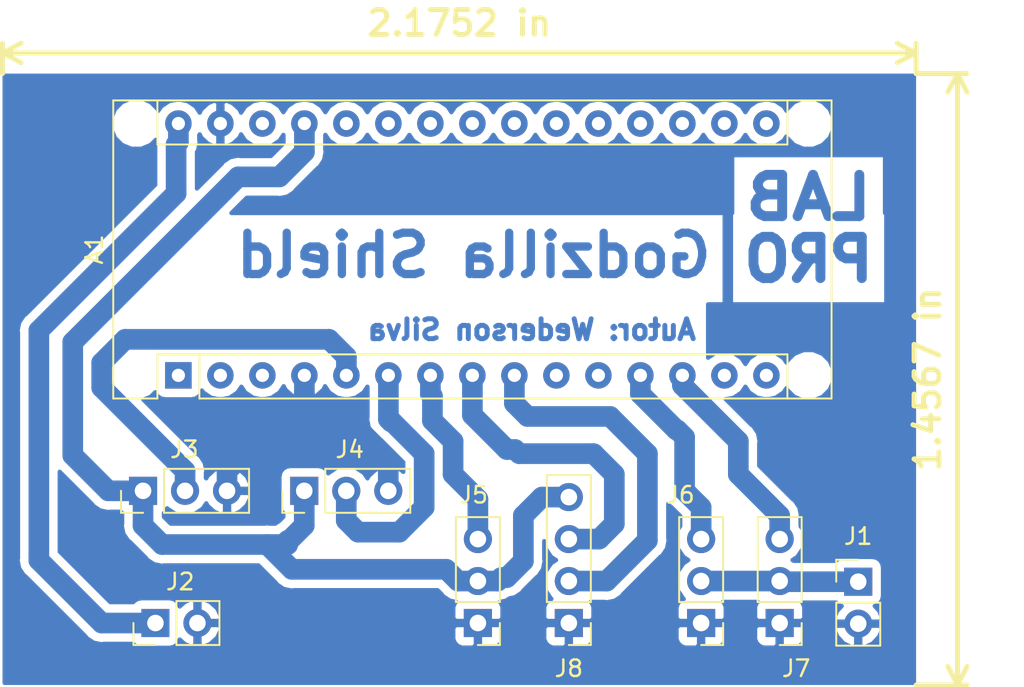
<source format=kicad_pcb>
(kicad_pcb (version 20171130) (host pcbnew 5.0.0)

  (general
    (thickness 1.6)
    (drawings 6)
    (tracks 99)
    (zones 0)
    (modules 9)
    (nets 31)
  )

  (page A4)
  (title_block
    (title "Godzilla Shield")
    (date 2018-11-15)
    (rev 1.0)
    (company "Laboratory of Prototyping, Robotics and Optimization")
    (comment 1 "Author: Wederson Silva")
  )

  (layers
    (0 F.Cu signal)
    (31 B.Cu signal)
    (32 B.Adhes user)
    (33 F.Adhes user)
    (34 B.Paste user)
    (35 F.Paste user)
    (36 B.SilkS user)
    (37 F.SilkS user)
    (38 B.Mask user)
    (39 F.Mask user)
    (40 Dwgs.User user)
    (41 Cmts.User user)
    (42 Eco1.User user)
    (43 Eco2.User user)
    (44 Edge.Cuts user)
    (45 Margin user)
    (46 B.CrtYd user)
    (47 F.CrtYd user)
    (48 B.Fab user)
    (49 F.Fab user)
  )

  (setup
    (last_trace_width 1.25)
    (trace_clearance 0.3)
    (zone_clearance 0.508)
    (zone_45_only no)
    (trace_min 0.2)
    (segment_width 0.2)
    (edge_width 0.15)
    (via_size 0.8)
    (via_drill 0.4)
    (via_min_size 0.4)
    (via_min_drill 0.3)
    (uvia_size 0.3)
    (uvia_drill 0.1)
    (uvias_allowed no)
    (uvia_min_size 0.2)
    (uvia_min_drill 0.1)
    (pcb_text_width 0.3)
    (pcb_text_size 1.5 1.5)
    (mod_edge_width 0.15)
    (mod_text_size 1 1)
    (mod_text_width 0.15)
    (pad_size 1.524 1.524)
    (pad_drill 0.762)
    (pad_to_mask_clearance 0.2)
    (aux_axis_origin 0 0)
    (visible_elements FFFFFF7F)
    (pcbplotparams
      (layerselection 0x010fc_ffffffff)
      (usegerberextensions false)
      (usegerberattributes false)
      (usegerberadvancedattributes false)
      (creategerberjobfile false)
      (excludeedgelayer true)
      (linewidth 0.100000)
      (plotframeref false)
      (viasonmask false)
      (mode 1)
      (useauxorigin false)
      (hpglpennumber 1)
      (hpglpenspeed 20)
      (hpglpendiameter 15.000000)
      (psnegative false)
      (psa4output false)
      (plotreference true)
      (plotvalue true)
      (plotinvisibletext false)
      (padsonsilk false)
      (subtractmaskfromsilk false)
      (outputformat 1)
      (mirror false)
      (drillshape 1)
      (scaleselection 1)
      (outputdirectory ""))
  )

  (net 0 "")
  (net 1 "Net-(A1-Pad16)")
  (net 2 /TRIG)
  (net 3 "Net-(A1-Pad30)")
  (net 4 /ECHO)
  (net 5 /GND)
  (net 6 "Net-(A1-Pad13)")
  (net 7 "Net-(A1-Pad28)")
  (net 8 "Net-(A1-Pad12)")
  (net 9 /5V)
  (net 10 "Net-(A1-Pad11)")
  (net 11 "Net-(A1-Pad26)")
  (net 12 "Net-(A1-Pad10)")
  (net 13 "Net-(A1-Pad25)")
  (net 14 "Net-(A1-Pad24)")
  (net 15 "Net-(A1-Pad23)")
  (net 16 "Net-(A1-Pad7)")
  (net 17 "Net-(A1-Pad22)")
  (net 18 "Net-(A1-Pad6)")
  (net 19 "Net-(A1-Pad21)")
  (net 20 "Net-(A1-Pad5)")
  (net 21 "Net-(A1-Pad20)")
  (net 22 "Net-(A1-Pad19)")
  (net 23 "Net-(A1-Pad3)")
  (net 24 "Net-(A1-Pad18)")
  (net 25 "Net-(A1-Pad2)")
  (net 26 "Net-(A1-Pad17)")
  (net 27 "Net-(A1-Pad1)")
  (net 28 /6V)
  (net 29 "Net-(A1-Pad15)")
  (net 30 "Net-(A1-Pad14)")

  (net_class Default "This is the default net class."
    (clearance 0.3)
    (trace_width 1.25)
    (via_dia 0.8)
    (via_drill 0.4)
    (uvia_dia 0.3)
    (uvia_drill 0.1)
    (add_net /5V)
    (add_net /6V)
    (add_net /ECHO)
    (add_net /GND)
    (add_net /TRIG)
    (add_net "Net-(A1-Pad1)")
    (add_net "Net-(A1-Pad10)")
    (add_net "Net-(A1-Pad11)")
    (add_net "Net-(A1-Pad12)")
    (add_net "Net-(A1-Pad13)")
    (add_net "Net-(A1-Pad14)")
    (add_net "Net-(A1-Pad15)")
    (add_net "Net-(A1-Pad16)")
    (add_net "Net-(A1-Pad17)")
    (add_net "Net-(A1-Pad18)")
    (add_net "Net-(A1-Pad19)")
    (add_net "Net-(A1-Pad2)")
    (add_net "Net-(A1-Pad20)")
    (add_net "Net-(A1-Pad21)")
    (add_net "Net-(A1-Pad22)")
    (add_net "Net-(A1-Pad23)")
    (add_net "Net-(A1-Pad24)")
    (add_net "Net-(A1-Pad25)")
    (add_net "Net-(A1-Pad26)")
    (add_net "Net-(A1-Pad28)")
    (add_net "Net-(A1-Pad3)")
    (add_net "Net-(A1-Pad30)")
    (add_net "Net-(A1-Pad5)")
    (add_net "Net-(A1-Pad6)")
    (add_net "Net-(A1-Pad7)")
  )

  (module Modules:Arduino_Nano_WithMountingHoles (layer F.Cu) (tedit 58ACAF99) (tstamp 5BEDBF91)
    (at 187.637576 145.261651 90)
    (descr "Arduino Nano, http://www.mouser.com/pdfdocs/Gravitech_Arduino_Nano3_0.pdf")
    (tags "Arduino Nano")
    (path /5BED64A5)
    (fp_text reference A1 (at 7.62 -5.08 90) (layer F.SilkS)
      (effects (font (size 1 1) (thickness 0.15)))
    )
    (fp_text value Arduino_Nano_v3.x (at 12.761651 20.112424 180) (layer F.Fab)
      (effects (font (size 1 1) (thickness 0.15)))
    )
    (fp_line (start 16.75 42.16) (end -1.53 42.16) (layer F.CrtYd) (width 0.05))
    (fp_line (start 16.75 42.16) (end 16.75 -4.06) (layer F.CrtYd) (width 0.05))
    (fp_line (start -1.53 -4.06) (end -1.53 42.16) (layer F.CrtYd) (width 0.05))
    (fp_line (start -1.53 -4.06) (end 16.75 -4.06) (layer F.CrtYd) (width 0.05))
    (fp_line (start 16.51 -3.81) (end 16.51 39.37) (layer F.Fab) (width 0.1))
    (fp_line (start 0 -3.81) (end 16.51 -3.81) (layer F.Fab) (width 0.1))
    (fp_line (start -1.27 -2.54) (end 0 -3.81) (layer F.Fab) (width 0.1))
    (fp_line (start -1.27 39.37) (end -1.27 -2.54) (layer F.Fab) (width 0.1))
    (fp_line (start 16.51 39.37) (end -1.27 39.37) (layer F.Fab) (width 0.1))
    (fp_line (start 16.64 -3.94) (end -1.4 -3.94) (layer F.SilkS) (width 0.12))
    (fp_line (start 16.64 39.5) (end 16.64 -3.94) (layer F.SilkS) (width 0.12))
    (fp_line (start -1.4 39.5) (end 16.64 39.5) (layer F.SilkS) (width 0.12))
    (fp_line (start 3.81 41.91) (end 3.81 31.75) (layer F.Fab) (width 0.1))
    (fp_line (start 11.43 41.91) (end 3.81 41.91) (layer F.Fab) (width 0.1))
    (fp_line (start 11.43 31.75) (end 11.43 41.91) (layer F.Fab) (width 0.1))
    (fp_line (start 3.81 31.75) (end 11.43 31.75) (layer F.Fab) (width 0.1))
    (fp_line (start 1.27 36.83) (end -1.4 36.83) (layer F.SilkS) (width 0.12))
    (fp_line (start 1.27 1.27) (end 1.27 36.83) (layer F.SilkS) (width 0.12))
    (fp_line (start 1.27 1.27) (end -1.4 1.27) (layer F.SilkS) (width 0.12))
    (fp_line (start 13.97 36.83) (end 16.64 36.83) (layer F.SilkS) (width 0.12))
    (fp_line (start 13.97 -1.27) (end 13.97 36.83) (layer F.SilkS) (width 0.12))
    (fp_line (start 13.97 -1.27) (end 16.64 -1.27) (layer F.SilkS) (width 0.12))
    (fp_line (start -1.4 -3.94) (end -1.4 -1.27) (layer F.SilkS) (width 0.12))
    (fp_line (start -1.4 1.27) (end -1.4 39.5) (layer F.SilkS) (width 0.12))
    (fp_line (start 1.27 -1.27) (end -1.4 -1.27) (layer F.SilkS) (width 0.12))
    (fp_line (start 1.27 1.27) (end 1.27 -1.27) (layer F.SilkS) (width 0.12))
    (fp_text user %R (at 10.761651 19.862424 180) (layer F.Fab)
      (effects (font (size 1 1) (thickness 0.15)))
    )
    (pad "" np_thru_hole circle (at 0 38.1 90) (size 1.78 1.78) (drill 1.78) (layers *.Cu *.Mask))
    (pad "" np_thru_hole circle (at 15.24 38.1 90) (size 1.78 1.78) (drill 1.78) (layers *.Cu *.Mask))
    (pad "" np_thru_hole circle (at 15.24 -2.54 90) (size 1.78 1.78) (drill 1.78) (layers *.Cu *.Mask))
    (pad "" np_thru_hole circle (at 0 -2.54 90) (size 1.78 1.78) (drill 1.78) (layers *.Cu *.Mask))
    (pad 16 thru_hole oval (at 15.24 35.56 90) (size 1.6 1.6) (drill 0.8) (layers *.Cu *.Mask)
      (net 1 "Net-(A1-Pad16)"))
    (pad 15 thru_hole oval (at 0 35.56 90) (size 1.6 1.6) (drill 0.8) (layers *.Cu *.Mask)
      (net 29 "Net-(A1-Pad15)"))
    (pad 30 thru_hole oval (at 15.24 0 90) (size 1.6 1.6) (drill 0.8) (layers *.Cu *.Mask)
      (net 3 "Net-(A1-Pad30)"))
    (pad 14 thru_hole oval (at 0 33.02 90) (size 1.6 1.6) (drill 0.8) (layers *.Cu *.Mask)
      (net 30 "Net-(A1-Pad14)"))
    (pad 29 thru_hole oval (at 15.24 2.54 90) (size 1.6 1.6) (drill 0.8) (layers *.Cu *.Mask)
      (net 5 /GND))
    (pad 13 thru_hole oval (at 0 30.48 90) (size 1.6 1.6) (drill 0.8) (layers *.Cu *.Mask)
      (net 6 "Net-(A1-Pad13)"))
    (pad 28 thru_hole oval (at 15.24 5.08 90) (size 1.6 1.6) (drill 0.8) (layers *.Cu *.Mask)
      (net 7 "Net-(A1-Pad28)"))
    (pad 12 thru_hole oval (at 0 27.94 90) (size 1.6 1.6) (drill 0.8) (layers *.Cu *.Mask)
      (net 8 "Net-(A1-Pad12)"))
    (pad 27 thru_hole oval (at 15.24 7.62 90) (size 1.6 1.6) (drill 0.8) (layers *.Cu *.Mask)
      (net 9 /5V))
    (pad 11 thru_hole oval (at 0 25.4 90) (size 1.6 1.6) (drill 0.8) (layers *.Cu *.Mask)
      (net 10 "Net-(A1-Pad11)"))
    (pad 26 thru_hole oval (at 15.24 10.16 90) (size 1.6 1.6) (drill 0.8) (layers *.Cu *.Mask)
      (net 11 "Net-(A1-Pad26)"))
    (pad 10 thru_hole oval (at 0 22.86 90) (size 1.6 1.6) (drill 0.8) (layers *.Cu *.Mask)
      (net 12 "Net-(A1-Pad10)"))
    (pad 25 thru_hole oval (at 15.24 12.7 90) (size 1.6 1.6) (drill 0.8) (layers *.Cu *.Mask)
      (net 13 "Net-(A1-Pad25)"))
    (pad 9 thru_hole oval (at 0 20.32 90) (size 1.6 1.6) (drill 0.8) (layers *.Cu *.Mask)
      (net 4 /ECHO))
    (pad 24 thru_hole oval (at 15.24 15.24 90) (size 1.6 1.6) (drill 0.8) (layers *.Cu *.Mask)
      (net 14 "Net-(A1-Pad24)"))
    (pad 8 thru_hole oval (at 0 17.78 90) (size 1.6 1.6) (drill 0.8) (layers *.Cu *.Mask)
      (net 2 /TRIG))
    (pad 23 thru_hole oval (at 15.24 17.78 90) (size 1.6 1.6) (drill 0.8) (layers *.Cu *.Mask)
      (net 15 "Net-(A1-Pad23)"))
    (pad 7 thru_hole oval (at 0 15.24 90) (size 1.6 1.6) (drill 0.8) (layers *.Cu *.Mask)
      (net 16 "Net-(A1-Pad7)"))
    (pad 22 thru_hole oval (at 15.24 20.32 90) (size 1.6 1.6) (drill 0.8) (layers *.Cu *.Mask)
      (net 17 "Net-(A1-Pad22)"))
    (pad 6 thru_hole oval (at 0 12.7 90) (size 1.6 1.6) (drill 0.8) (layers *.Cu *.Mask)
      (net 18 "Net-(A1-Pad6)"))
    (pad 21 thru_hole oval (at 15.24 22.86 90) (size 1.6 1.6) (drill 0.8) (layers *.Cu *.Mask)
      (net 19 "Net-(A1-Pad21)"))
    (pad 5 thru_hole oval (at 0 10.16 90) (size 1.6 1.6) (drill 0.8) (layers *.Cu *.Mask)
      (net 20 "Net-(A1-Pad5)"))
    (pad 20 thru_hole oval (at 15.24 25.4 90) (size 1.6 1.6) (drill 0.8) (layers *.Cu *.Mask)
      (net 21 "Net-(A1-Pad20)"))
    (pad 4 thru_hole oval (at 0 7.62 90) (size 1.6 1.6) (drill 0.8) (layers *.Cu *.Mask)
      (net 5 /GND))
    (pad 19 thru_hole oval (at 15.24 27.94 90) (size 1.6 1.6) (drill 0.8) (layers *.Cu *.Mask)
      (net 22 "Net-(A1-Pad19)"))
    (pad 3 thru_hole oval (at 0 5.08 90) (size 1.6 1.6) (drill 0.8) (layers *.Cu *.Mask)
      (net 23 "Net-(A1-Pad3)"))
    (pad 18 thru_hole oval (at 15.24 30.48 90) (size 1.6 1.6) (drill 0.8) (layers *.Cu *.Mask)
      (net 24 "Net-(A1-Pad18)"))
    (pad 2 thru_hole oval (at 0 2.54 90) (size 1.6 1.6) (drill 0.8) (layers *.Cu *.Mask)
      (net 25 "Net-(A1-Pad2)"))
    (pad 17 thru_hole oval (at 15.24 33.02 90) (size 1.6 1.6) (drill 0.8) (layers *.Cu *.Mask)
      (net 26 "Net-(A1-Pad17)"))
    (pad 1 thru_hole rect (at 0 0 90) (size 1.6 1.6) (drill 0.8) (layers *.Cu *.Mask)
      (net 27 "Net-(A1-Pad1)"))
  )

  (module Pin_Headers:Pin_Header_Straight_1x02_Pitch2.54mm (layer F.Cu) (tedit 59650532) (tstamp 5BEDC026)
    (at 228.75 157.75)
    (descr "Through hole straight pin header, 1x02, 2.54mm pitch, single row")
    (tags "Through hole pin header THT 1x02 2.54mm single row")
    (path /5BED733A)
    (fp_text reference J1 (at 0 -2.75) (layer F.SilkS)
      (effects (font (size 1 1) (thickness 0.15)))
    )
    (fp_text value 6V (at 0 5.25) (layer F.Fab)
      (effects (font (size 1 1) (thickness 0.15)))
    )
    (fp_line (start -0.635 -1.27) (end 1.27 -1.27) (layer F.Fab) (width 0.1))
    (fp_line (start 1.27 -1.27) (end 1.27 3.81) (layer F.Fab) (width 0.1))
    (fp_line (start 1.27 3.81) (end -1.27 3.81) (layer F.Fab) (width 0.1))
    (fp_line (start -1.27 3.81) (end -1.27 -0.635) (layer F.Fab) (width 0.1))
    (fp_line (start -1.27 -0.635) (end -0.635 -1.27) (layer F.Fab) (width 0.1))
    (fp_line (start -1.33 3.87) (end 1.33 3.87) (layer F.SilkS) (width 0.12))
    (fp_line (start -1.33 1.27) (end -1.33 3.87) (layer F.SilkS) (width 0.12))
    (fp_line (start 1.33 1.27) (end 1.33 3.87) (layer F.SilkS) (width 0.12))
    (fp_line (start -1.33 1.27) (end 1.33 1.27) (layer F.SilkS) (width 0.12))
    (fp_line (start -1.33 0) (end -1.33 -1.33) (layer F.SilkS) (width 0.12))
    (fp_line (start -1.33 -1.33) (end 0 -1.33) (layer F.SilkS) (width 0.12))
    (fp_line (start -1.8 -1.8) (end -1.8 4.35) (layer F.CrtYd) (width 0.05))
    (fp_line (start -1.8 4.35) (end 1.8 4.35) (layer F.CrtYd) (width 0.05))
    (fp_line (start 1.8 4.35) (end 1.8 -1.8) (layer F.CrtYd) (width 0.05))
    (fp_line (start 1.8 -1.8) (end -1.8 -1.8) (layer F.CrtYd) (width 0.05))
    (fp_text user %R (at 0 1.27 90) (layer F.Fab)
      (effects (font (size 1 1) (thickness 0.15)))
    )
    (pad 1 thru_hole rect (at 0 0) (size 1.7 1.7) (drill 1) (layers *.Cu *.Mask)
      (net 28 /6V))
    (pad 2 thru_hole oval (at 0 2.54) (size 1.7 1.7) (drill 1) (layers *.Cu *.Mask)
      (net 5 /GND))
    (model ${KISYS3DMOD}/Pin_Headers.3dshapes/Pin_Header_Straight_1x02_Pitch2.54mm.wrl
      (at (xyz 0 0 0))
      (scale (xyz 1 1 1))
      (rotate (xyz 0 0 0))
    )
  )

  (module Pin_Headers:Pin_Header_Straight_1x02_Pitch2.54mm (layer F.Cu) (tedit 59650532) (tstamp 5BEDC071)
    (at 186.25 160.25 90)
    (descr "Through hole straight pin header, 1x02, 2.54mm pitch, single row")
    (tags "Through hole pin header THT 1x02 2.54mm single row")
    (path /5BED71B3)
    (fp_text reference J2 (at 2.5 1.5 180) (layer F.SilkS)
      (effects (font (size 1 1) (thickness 0.15)))
    )
    (fp_text value 12V (at -2.75 1.25 180) (layer F.Fab)
      (effects (font (size 1 1) (thickness 0.15)))
    )
    (fp_text user %R (at 0 1.27) (layer F.Fab)
      (effects (font (size 1 1) (thickness 0.15)))
    )
    (fp_line (start 1.8 -1.8) (end -1.8 -1.8) (layer F.CrtYd) (width 0.05))
    (fp_line (start 1.8 4.35) (end 1.8 -1.8) (layer F.CrtYd) (width 0.05))
    (fp_line (start -1.8 4.35) (end 1.8 4.35) (layer F.CrtYd) (width 0.05))
    (fp_line (start -1.8 -1.8) (end -1.8 4.35) (layer F.CrtYd) (width 0.05))
    (fp_line (start -1.33 -1.33) (end 0 -1.33) (layer F.SilkS) (width 0.12))
    (fp_line (start -1.33 0) (end -1.33 -1.33) (layer F.SilkS) (width 0.12))
    (fp_line (start -1.33 1.27) (end 1.33 1.27) (layer F.SilkS) (width 0.12))
    (fp_line (start 1.33 1.27) (end 1.33 3.87) (layer F.SilkS) (width 0.12))
    (fp_line (start -1.33 1.27) (end -1.33 3.87) (layer F.SilkS) (width 0.12))
    (fp_line (start -1.33 3.87) (end 1.33 3.87) (layer F.SilkS) (width 0.12))
    (fp_line (start -1.27 -0.635) (end -0.635 -1.27) (layer F.Fab) (width 0.1))
    (fp_line (start -1.27 3.81) (end -1.27 -0.635) (layer F.Fab) (width 0.1))
    (fp_line (start 1.27 3.81) (end -1.27 3.81) (layer F.Fab) (width 0.1))
    (fp_line (start 1.27 -1.27) (end 1.27 3.81) (layer F.Fab) (width 0.1))
    (fp_line (start -0.635 -1.27) (end 1.27 -1.27) (layer F.Fab) (width 0.1))
    (pad 2 thru_hole oval (at 0 2.54 90) (size 1.7 1.7) (drill 1) (layers *.Cu *.Mask)
      (net 5 /GND))
    (pad 1 thru_hole rect (at 0 0 90) (size 1.7 1.7) (drill 1) (layers *.Cu *.Mask)
      (net 3 "Net-(A1-Pad30)"))
    (model ${KISYS3DMOD}/Pin_Headers.3dshapes/Pin_Header_Straight_1x02_Pitch2.54mm.wrl
      (at (xyz 0 0 0))
      (scale (xyz 1 1 1))
      (rotate (xyz 0 0 0))
    )
  )

  (module Pin_Headers:Pin_Header_Straight_1x03_Pitch2.54mm (layer F.Cu) (tedit 59650532) (tstamp 5BEDC0C0)
    (at 185.5 152.25 90)
    (descr "Through hole straight pin header, 1x03, 2.54mm pitch, single row")
    (tags "Through hole pin header THT 1x03 2.54mm single row")
    (path /5BED6F2D)
    (fp_text reference J3 (at 2.5 2.5 180) (layer F.SilkS)
      (effects (font (size 1 1) (thickness 0.15)))
    )
    (fp_text value Linha_Esq (at -2.75 2.75 180) (layer F.Fab)
      (effects (font (size 1 1) (thickness 0.15)))
    )
    (fp_text user %R (at 0 2.54 180) (layer F.Fab)
      (effects (font (size 1 1) (thickness 0.15)))
    )
    (fp_line (start 1.8 -1.8) (end -1.8 -1.8) (layer F.CrtYd) (width 0.05))
    (fp_line (start 1.8 6.85) (end 1.8 -1.8) (layer F.CrtYd) (width 0.05))
    (fp_line (start -1.8 6.85) (end 1.8 6.85) (layer F.CrtYd) (width 0.05))
    (fp_line (start -1.8 -1.8) (end -1.8 6.85) (layer F.CrtYd) (width 0.05))
    (fp_line (start -1.33 -1.33) (end 0 -1.33) (layer F.SilkS) (width 0.12))
    (fp_line (start -1.33 0) (end -1.33 -1.33) (layer F.SilkS) (width 0.12))
    (fp_line (start -1.33 1.27) (end 1.33 1.27) (layer F.SilkS) (width 0.12))
    (fp_line (start 1.33 1.27) (end 1.33 6.41) (layer F.SilkS) (width 0.12))
    (fp_line (start -1.33 1.27) (end -1.33 6.41) (layer F.SilkS) (width 0.12))
    (fp_line (start -1.33 6.41) (end 1.33 6.41) (layer F.SilkS) (width 0.12))
    (fp_line (start -1.27 -0.635) (end -0.635 -1.27) (layer F.Fab) (width 0.1))
    (fp_line (start -1.27 6.35) (end -1.27 -0.635) (layer F.Fab) (width 0.1))
    (fp_line (start 1.27 6.35) (end -1.27 6.35) (layer F.Fab) (width 0.1))
    (fp_line (start 1.27 -1.27) (end 1.27 6.35) (layer F.Fab) (width 0.1))
    (fp_line (start -0.635 -1.27) (end 1.27 -1.27) (layer F.Fab) (width 0.1))
    (pad 3 thru_hole oval (at 0 5.08 90) (size 1.7 1.7) (drill 1) (layers *.Cu *.Mask)
      (net 5 /GND))
    (pad 2 thru_hole oval (at 0 2.54 90) (size 1.7 1.7) (drill 1) (layers *.Cu *.Mask)
      (net 20 "Net-(A1-Pad5)"))
    (pad 1 thru_hole rect (at 0 0 90) (size 1.7 1.7) (drill 1) (layers *.Cu *.Mask)
      (net 9 /5V))
    (model ${KISYS3DMOD}/Pin_Headers.3dshapes/Pin_Header_Straight_1x03_Pitch2.54mm.wrl
      (at (xyz 0 0 0))
      (scale (xyz 1 1 1))
      (rotate (xyz 0 0 0))
    )
  )

  (module Pin_Headers:Pin_Header_Straight_1x03_Pitch2.54mm (layer F.Cu) (tedit 59650532) (tstamp 5BEDC102)
    (at 195.25 152.25 90)
    (descr "Through hole straight pin header, 1x03, 2.54mm pitch, single row")
    (tags "Through hole pin header THT 1x03 2.54mm single row")
    (path /5BED6F03)
    (fp_text reference J4 (at 2.5 2.75 180) (layer F.SilkS)
      (effects (font (size 1 1) (thickness 0.15)))
    )
    (fp_text value Linha_Dir (at -2.75 2.75 180) (layer F.Fab)
      (effects (font (size 1 1) (thickness 0.15)))
    )
    (fp_line (start -0.635 -1.27) (end 1.27 -1.27) (layer F.Fab) (width 0.1))
    (fp_line (start 1.27 -1.27) (end 1.27 6.35) (layer F.Fab) (width 0.1))
    (fp_line (start 1.27 6.35) (end -1.27 6.35) (layer F.Fab) (width 0.1))
    (fp_line (start -1.27 6.35) (end -1.27 -0.635) (layer F.Fab) (width 0.1))
    (fp_line (start -1.27 -0.635) (end -0.635 -1.27) (layer F.Fab) (width 0.1))
    (fp_line (start -1.33 6.41) (end 1.33 6.41) (layer F.SilkS) (width 0.12))
    (fp_line (start -1.33 1.27) (end -1.33 6.41) (layer F.SilkS) (width 0.12))
    (fp_line (start 1.33 1.27) (end 1.33 6.41) (layer F.SilkS) (width 0.12))
    (fp_line (start -1.33 1.27) (end 1.33 1.27) (layer F.SilkS) (width 0.12))
    (fp_line (start -1.33 0) (end -1.33 -1.33) (layer F.SilkS) (width 0.12))
    (fp_line (start -1.33 -1.33) (end 0 -1.33) (layer F.SilkS) (width 0.12))
    (fp_line (start -1.8 -1.8) (end -1.8 6.85) (layer F.CrtYd) (width 0.05))
    (fp_line (start -1.8 6.85) (end 1.8 6.85) (layer F.CrtYd) (width 0.05))
    (fp_line (start 1.8 6.85) (end 1.8 -1.8) (layer F.CrtYd) (width 0.05))
    (fp_line (start 1.8 -1.8) (end -1.8 -1.8) (layer F.CrtYd) (width 0.05))
    (fp_text user %R (at 0 2.54 180) (layer F.Fab)
      (effects (font (size 1 1) (thickness 0.15)))
    )
    (pad 1 thru_hole rect (at 0 0 90) (size 1.7 1.7) (drill 1) (layers *.Cu *.Mask)
      (net 9 /5V))
    (pad 2 thru_hole oval (at 0 2.54 90) (size 1.7 1.7) (drill 1) (layers *.Cu *.Mask)
      (net 18 "Net-(A1-Pad6)"))
    (pad 3 thru_hole oval (at 0 5.08 90) (size 1.7 1.7) (drill 1) (layers *.Cu *.Mask)
      (net 5 /GND))
    (model ${KISYS3DMOD}/Pin_Headers.3dshapes/Pin_Header_Straight_1x03_Pitch2.54mm.wrl
      (at (xyz 0 0 0))
      (scale (xyz 1 1 1))
      (rotate (xyz 0 0 0))
    )
  )

  (module Pin_Headers:Pin_Header_Straight_1x03_Pitch2.54mm (layer F.Cu) (tedit 59650532) (tstamp 5BEDBED7)
    (at 205.75 160.25 180)
    (descr "Through hole straight pin header, 1x03, 2.54mm pitch, single row")
    (tags "Through hole pin header THT 1x03 2.54mm single row")
    (path /5BED6EDD)
    (fp_text reference J5 (at 0.25 7.75 180) (layer F.SilkS)
      (effects (font (size 1 1) (thickness 0.15)))
    )
    (fp_text value Obstaculo (at 0.25 -2.75 180) (layer F.Fab)
      (effects (font (size 1 1) (thickness 0.15)))
    )
    (fp_text user %R (at 0 2.54 270) (layer F.Fab)
      (effects (font (size 1 1) (thickness 0.15)))
    )
    (fp_line (start 1.8 -1.8) (end -1.8 -1.8) (layer F.CrtYd) (width 0.05))
    (fp_line (start 1.8 6.85) (end 1.8 -1.8) (layer F.CrtYd) (width 0.05))
    (fp_line (start -1.8 6.85) (end 1.8 6.85) (layer F.CrtYd) (width 0.05))
    (fp_line (start -1.8 -1.8) (end -1.8 6.85) (layer F.CrtYd) (width 0.05))
    (fp_line (start -1.33 -1.33) (end 0 -1.33) (layer F.SilkS) (width 0.12))
    (fp_line (start -1.33 0) (end -1.33 -1.33) (layer F.SilkS) (width 0.12))
    (fp_line (start -1.33 1.27) (end 1.33 1.27) (layer F.SilkS) (width 0.12))
    (fp_line (start 1.33 1.27) (end 1.33 6.41) (layer F.SilkS) (width 0.12))
    (fp_line (start -1.33 1.27) (end -1.33 6.41) (layer F.SilkS) (width 0.12))
    (fp_line (start -1.33 6.41) (end 1.33 6.41) (layer F.SilkS) (width 0.12))
    (fp_line (start -1.27 -0.635) (end -0.635 -1.27) (layer F.Fab) (width 0.1))
    (fp_line (start -1.27 6.35) (end -1.27 -0.635) (layer F.Fab) (width 0.1))
    (fp_line (start 1.27 6.35) (end -1.27 6.35) (layer F.Fab) (width 0.1))
    (fp_line (start 1.27 -1.27) (end 1.27 6.35) (layer F.Fab) (width 0.1))
    (fp_line (start -0.635 -1.27) (end 1.27 -1.27) (layer F.Fab) (width 0.1))
    (pad 3 thru_hole oval (at 0 5.08 180) (size 1.7 1.7) (drill 1) (layers *.Cu *.Mask)
      (net 16 "Net-(A1-Pad7)"))
    (pad 2 thru_hole oval (at 0 2.54 180) (size 1.7 1.7) (drill 1) (layers *.Cu *.Mask)
      (net 9 /5V))
    (pad 1 thru_hole rect (at 0 0 180) (size 1.7 1.7) (drill 1) (layers *.Cu *.Mask)
      (net 5 /GND))
    (model ${KISYS3DMOD}/Pin_Headers.3dshapes/Pin_Header_Straight_1x03_Pitch2.54mm.wrl
      (at (xyz 0 0 0))
      (scale (xyz 1 1 1))
      (rotate (xyz 0 0 0))
    )
  )

  (module Pin_Headers:Pin_Header_Straight_1x03_Pitch2.54mm (layer F.Cu) (tedit 59650532) (tstamp 5BEDC15C)
    (at 219.25 160.25 180)
    (descr "Through hole straight pin header, 1x03, 2.54mm pitch, single row")
    (tags "Through hole pin header THT 1x03 2.54mm single row")
    (path /5BED6EAF)
    (fp_text reference J6 (at 1.25 7.75 180) (layer F.SilkS)
      (effects (font (size 1 1) (thickness 0.15)))
    )
    (fp_text value Motor_Esq (at 0 -2.75 180) (layer F.Fab)
      (effects (font (size 1 1) (thickness 0.15)))
    )
    (fp_line (start -0.635 -1.27) (end 1.27 -1.27) (layer F.Fab) (width 0.1))
    (fp_line (start 1.27 -1.27) (end 1.27 6.35) (layer F.Fab) (width 0.1))
    (fp_line (start 1.27 6.35) (end -1.27 6.35) (layer F.Fab) (width 0.1))
    (fp_line (start -1.27 6.35) (end -1.27 -0.635) (layer F.Fab) (width 0.1))
    (fp_line (start -1.27 -0.635) (end -0.635 -1.27) (layer F.Fab) (width 0.1))
    (fp_line (start -1.33 6.41) (end 1.33 6.41) (layer F.SilkS) (width 0.12))
    (fp_line (start -1.33 1.27) (end -1.33 6.41) (layer F.SilkS) (width 0.12))
    (fp_line (start 1.33 1.27) (end 1.33 6.41) (layer F.SilkS) (width 0.12))
    (fp_line (start -1.33 1.27) (end 1.33 1.27) (layer F.SilkS) (width 0.12))
    (fp_line (start -1.33 0) (end -1.33 -1.33) (layer F.SilkS) (width 0.12))
    (fp_line (start -1.33 -1.33) (end 0 -1.33) (layer F.SilkS) (width 0.12))
    (fp_line (start -1.8 -1.8) (end -1.8 6.85) (layer F.CrtYd) (width 0.05))
    (fp_line (start -1.8 6.85) (end 1.8 6.85) (layer F.CrtYd) (width 0.05))
    (fp_line (start 1.8 6.85) (end 1.8 -1.8) (layer F.CrtYd) (width 0.05))
    (fp_line (start 1.8 -1.8) (end -1.8 -1.8) (layer F.CrtYd) (width 0.05))
    (fp_text user %R (at 0 2.54 270) (layer F.Fab)
      (effects (font (size 1 1) (thickness 0.15)))
    )
    (pad 1 thru_hole rect (at 0 0 180) (size 1.7 1.7) (drill 1) (layers *.Cu *.Mask)
      (net 5 /GND))
    (pad 2 thru_hole oval (at 0 2.54 180) (size 1.7 1.7) (drill 1) (layers *.Cu *.Mask)
      (net 28 /6V))
    (pad 3 thru_hole oval (at 0 5.08 180) (size 1.7 1.7) (drill 1) (layers *.Cu *.Mask)
      (net 8 "Net-(A1-Pad12)"))
    (model ${KISYS3DMOD}/Pin_Headers.3dshapes/Pin_Header_Straight_1x03_Pitch2.54mm.wrl
      (at (xyz 0 0 0))
      (scale (xyz 1 1 1))
      (rotate (xyz 0 0 0))
    )
  )

  (module Pin_Headers:Pin_Header_Straight_1x03_Pitch2.54mm (layer F.Cu) (tedit 59650532) (tstamp 5BEDC1C2)
    (at 224 160.25 180)
    (descr "Through hole straight pin header, 1x03, 2.54mm pitch, single row")
    (tags "Through hole pin header THT 1x03 2.54mm single row")
    (path /5BED6943)
    (fp_text reference J7 (at -1 -2.75 180) (layer F.SilkS)
      (effects (font (size 1 1) (thickness 0.15)))
    )
    (fp_text value Motor_Dir (at 0 7.75 180) (layer F.Fab)
      (effects (font (size 1 1) (thickness 0.15)))
    )
    (fp_text user %R (at 0 2.54 270) (layer F.Fab)
      (effects (font (size 1 1) (thickness 0.15)))
    )
    (fp_line (start 1.8 -1.8) (end -1.8 -1.8) (layer F.CrtYd) (width 0.05))
    (fp_line (start 1.8 6.85) (end 1.8 -1.8) (layer F.CrtYd) (width 0.05))
    (fp_line (start -1.8 6.85) (end 1.8 6.85) (layer F.CrtYd) (width 0.05))
    (fp_line (start -1.8 -1.8) (end -1.8 6.85) (layer F.CrtYd) (width 0.05))
    (fp_line (start -1.33 -1.33) (end 0 -1.33) (layer F.SilkS) (width 0.12))
    (fp_line (start -1.33 0) (end -1.33 -1.33) (layer F.SilkS) (width 0.12))
    (fp_line (start -1.33 1.27) (end 1.33 1.27) (layer F.SilkS) (width 0.12))
    (fp_line (start 1.33 1.27) (end 1.33 6.41) (layer F.SilkS) (width 0.12))
    (fp_line (start -1.33 1.27) (end -1.33 6.41) (layer F.SilkS) (width 0.12))
    (fp_line (start -1.33 6.41) (end 1.33 6.41) (layer F.SilkS) (width 0.12))
    (fp_line (start -1.27 -0.635) (end -0.635 -1.27) (layer F.Fab) (width 0.1))
    (fp_line (start -1.27 6.35) (end -1.27 -0.635) (layer F.Fab) (width 0.1))
    (fp_line (start 1.27 6.35) (end -1.27 6.35) (layer F.Fab) (width 0.1))
    (fp_line (start 1.27 -1.27) (end 1.27 6.35) (layer F.Fab) (width 0.1))
    (fp_line (start -0.635 -1.27) (end 1.27 -1.27) (layer F.Fab) (width 0.1))
    (pad 3 thru_hole oval (at 0 5.08 180) (size 1.7 1.7) (drill 1) (layers *.Cu *.Mask)
      (net 6 "Net-(A1-Pad13)"))
    (pad 2 thru_hole oval (at 0 2.54 180) (size 1.7 1.7) (drill 1) (layers *.Cu *.Mask)
      (net 28 /6V))
    (pad 1 thru_hole rect (at 0 0 180) (size 1.7 1.7) (drill 1) (layers *.Cu *.Mask)
      (net 5 /GND))
    (model ${KISYS3DMOD}/Pin_Headers.3dshapes/Pin_Header_Straight_1x03_Pitch2.54mm.wrl
      (at (xyz 0 0 0))
      (scale (xyz 1 1 1))
      (rotate (xyz 0 0 0))
    )
  )

  (module Pin_Headers:Pin_Header_Straight_1x04_Pitch2.54mm (layer F.Cu) (tedit 59650532) (tstamp 5BEDC211)
    (at 211.25 160.25 180)
    (descr "Through hole straight pin header, 1x04, 2.54mm pitch, single row")
    (tags "Through hole pin header THT 1x04 2.54mm single row")
    (path /5BED74F3)
    (fp_text reference J8 (at 0 -2.75 180) (layer F.SilkS)
      (effects (font (size 1 1) (thickness 0.15)))
    )
    (fp_text value Ultrassom (at 0 10.25 180) (layer F.Fab)
      (effects (font (size 1 1) (thickness 0.15)))
    )
    (fp_text user %R (at 0 3.81 270) (layer F.Fab)
      (effects (font (size 1 1) (thickness 0.15)))
    )
    (fp_line (start 1.8 -1.8) (end -1.8 -1.8) (layer F.CrtYd) (width 0.05))
    (fp_line (start 1.8 9.4) (end 1.8 -1.8) (layer F.CrtYd) (width 0.05))
    (fp_line (start -1.8 9.4) (end 1.8 9.4) (layer F.CrtYd) (width 0.05))
    (fp_line (start -1.8 -1.8) (end -1.8 9.4) (layer F.CrtYd) (width 0.05))
    (fp_line (start -1.33 -1.33) (end 0 -1.33) (layer F.SilkS) (width 0.12))
    (fp_line (start -1.33 0) (end -1.33 -1.33) (layer F.SilkS) (width 0.12))
    (fp_line (start -1.33 1.27) (end 1.33 1.27) (layer F.SilkS) (width 0.12))
    (fp_line (start 1.33 1.27) (end 1.33 8.95) (layer F.SilkS) (width 0.12))
    (fp_line (start -1.33 1.27) (end -1.33 8.95) (layer F.SilkS) (width 0.12))
    (fp_line (start -1.33 8.95) (end 1.33 8.95) (layer F.SilkS) (width 0.12))
    (fp_line (start -1.27 -0.635) (end -0.635 -1.27) (layer F.Fab) (width 0.1))
    (fp_line (start -1.27 8.89) (end -1.27 -0.635) (layer F.Fab) (width 0.1))
    (fp_line (start 1.27 8.89) (end -1.27 8.89) (layer F.Fab) (width 0.1))
    (fp_line (start 1.27 -1.27) (end 1.27 8.89) (layer F.Fab) (width 0.1))
    (fp_line (start -0.635 -1.27) (end 1.27 -1.27) (layer F.Fab) (width 0.1))
    (pad 4 thru_hole oval (at 0 7.62 180) (size 1.7 1.7) (drill 1) (layers *.Cu *.Mask)
      (net 9 /5V))
    (pad 3 thru_hole oval (at 0 5.08 180) (size 1.7 1.7) (drill 1) (layers *.Cu *.Mask)
      (net 2 /TRIG))
    (pad 2 thru_hole oval (at 0 2.54 180) (size 1.7 1.7) (drill 1) (layers *.Cu *.Mask)
      (net 4 /ECHO))
    (pad 1 thru_hole rect (at 0 0 180) (size 1.7 1.7) (drill 1) (layers *.Cu *.Mask)
      (net 5 /GND))
    (model ${KISYS3DMOD}/Pin_Headers.3dshapes/Pin_Header_Straight_1x04_Pitch2.54mm.wrl
      (at (xyz 0 0 0))
      (scale (xyz 1 1 1))
      (rotate (xyz 0 0 0))
    )
  )

  (dimension 55.25 (width 0.3) (layer F.SilkS) (tstamp 5BEDC253)
    (gr_text "55.250 mm" (at 204.625 123.65) (layer F.SilkS) (tstamp 5BEDC254)
      (effects (font (size 1.5 1.5) (thickness 0.3)))
    )
    (feature1 (pts (xy 232.25 127) (xy 232.25 125.163579)))
    (feature2 (pts (xy 177 127) (xy 177 125.163579)))
    (crossbar (pts (xy 177 125.75) (xy 232.25 125.75)))
    (arrow1a (pts (xy 232.25 125.75) (xy 231.123496 126.336421)))
    (arrow1b (pts (xy 232.25 125.75) (xy 231.123496 125.163579)))
    (arrow2a (pts (xy 177 125.75) (xy 178.126504 126.336421)))
    (arrow2b (pts (xy 177 125.75) (xy 178.126504 125.163579)))
  )
  (dimension 37 (width 0.3) (layer F.SilkS)
    (gr_text "37.000 mm" (at 236.85 145.5 270) (layer F.SilkS)
      (effects (font (size 1.5 1.5) (thickness 0.3)))
    )
    (feature1 (pts (xy 232.25 164) (xy 235.336421 164)))
    (feature2 (pts (xy 232.25 127) (xy 235.336421 127)))
    (crossbar (pts (xy 234.75 127) (xy 234.75 164)))
    (arrow1a (pts (xy 234.75 164) (xy 234.163579 162.873496)))
    (arrow1b (pts (xy 234.75 164) (xy 235.336421 162.873496)))
    (arrow2a (pts (xy 234.75 127) (xy 234.163579 128.126504)))
    (arrow2b (pts (xy 234.75 127) (xy 235.336421 128.126504)))
  )
  (gr_text "Autor: Wederson Silva" (at 209 142.5) (layer B.Cu) (tstamp 5BEDC1A1)
    (effects (font (size 1.2 1.2) (thickness 0.3)) (justify mirror))
  )
  (gr_text "Godzilla Shield" (at 205.5 138) (layer B.Cu) (tstamp 5BEDBF3A)
    (effects (font (size 2.5 2.5) (thickness 0.5)) (justify mirror))
  )
  (gr_text PRO (at 225.75 138.25) (layer B.Cu) (tstamp 5BEDBF2E)
    (effects (font (size 2.5 2.5) (thickness 0.6)) (justify mirror))
  )
  (gr_text LAB (at 225.75 134.5) (layer B.Cu) (tstamp 5BEDC279)
    (effects (font (size 2.5 2.8) (thickness 0.6)) (justify mirror))
  )

  (segment (start 205.417576 145.261651) (end 205.417576 147.667576) (width 1.25) (layer B.Cu) (net 2) (tstamp 5BEDC25E))
  (segment (start 205.417576 147.667576) (end 207.5 149.75) (width 1.25) (layer B.Cu) (net 2) (tstamp 5BEDBF4F))
  (segment (start 207.5 149.75) (end 208 149.75) (width 1.25) (layer B.Cu) (net 2) (tstamp 5BEDBE9E))
  (segment (start 208 149.75) (end 208.25 150) (width 1.25) (layer B.Cu) (net 2) (tstamp 5BEDBF4C))
  (segment (start 208.25 150) (end 212.75 150) (width 1.25) (layer B.Cu) (net 2) (tstamp 5BEDC27F))
  (segment (start 212.75 150) (end 214 151.25) (width 1.25) (layer B.Cu) (net 2) (tstamp 5BEDBF2B))
  (segment (start 214 151.25) (end 214 154.25) (width 1.25) (layer B.Cu) (net 2) (tstamp 5BEDC1F8))
  (segment (start 213.08 155.17) (end 211.25 155.17) (width 1.25) (layer B.Cu) (net 2) (tstamp 5BEDBE92))
  (segment (start 214 154.25) (end 213.08 155.17) (width 1.25) (layer B.Cu) (net 2) (tstamp 5BEDBF10))
  (segment (start 187.637576 131.153021) (end 187.5 131.290597) (width 1.25) (layer B.Cu) (net 3) (tstamp 5BEDC261))
  (segment (start 187.637576 130.021651) (end 187.637576 131.153021) (width 1.25) (layer B.Cu) (net 3) (tstamp 5BEDBF19))
  (segment (start 187.5 131.290597) (end 187.5 134.25) (width 1.25) (layer B.Cu) (net 3) (tstamp 5BEDBEA1))
  (segment (start 187.5 134.25) (end 179.19999 142.55001) (width 1.25) (layer B.Cu) (net 3) (tstamp 5BEDBF28))
  (segment (start 179.19999 142.55001) (end 179.19999 156.44999) (width 1.25) (layer B.Cu) (net 3) (tstamp 5BEDBE7D))
  (segment (start 183 160.25) (end 186.25 160.25) (width 1.25) (layer B.Cu) (net 3) (tstamp 5BEDC273))
  (segment (start 179.19999 156.44999) (end 183 160.25) (width 1.25) (layer B.Cu) (net 3) (tstamp 5BEDC054))
  (segment (start 207.957576 146.957576) (end 207.957576 145.261651) (width 1.25) (layer B.Cu) (net 4) (tstamp 5BEDC0A5))
  (segment (start 213.54 157.71) (end 216 155.25) (width 1.25) (layer B.Cu) (net 4) (tstamp 5BEDBE7A))
  (segment (start 213.75 147.75) (end 208.75 147.75) (width 1.25) (layer B.Cu) (net 4) (tstamp 5BEDBF0A))
  (segment (start 211.25 157.71) (end 213.54 157.71) (width 1.25) (layer B.Cu) (net 4) (tstamp 5BEDC25B))
  (segment (start 216 155.25) (end 216 150) (width 1.25) (layer B.Cu) (net 4) (tstamp 5BEDBF49))
  (segment (start 216 150) (end 213.75 147.75) (width 1.25) (layer B.Cu) (net 4) (tstamp 5BEDC09C))
  (segment (start 208.75 147.75) (end 207.957576 146.957576) (width 1.25) (layer B.Cu) (net 4) (tstamp 5BEDBE86))
  (segment (start 195.257576 146.393021) (end 195.25 146.400597) (width 1.25) (layer B.Cu) (net 5) (tstamp 5BEDC13E))
  (segment (start 195.257576 145.261651) (end 195.257576 146.393021) (width 1.25) (layer B.Cu) (net 5) (tstamp 5BEDBF31))
  (segment (start 195.25 146.400597) (end 195.25 148.75) (width 1.25) (layer B.Cu) (net 5) (tstamp 5BEDC282))
  (segment (start 200.33 150.33) (end 200.33 152.25) (width 1.25) (layer B.Cu) (net 5) (tstamp 5BEDBEA7))
  (segment (start 198.75 148.75) (end 200.33 150.33) (width 1.25) (layer B.Cu) (net 5) (tstamp 5BEDC1AA))
  (segment (start 190.58 151.047919) (end 191.5 150.127919) (width 1.25) (layer B.Cu) (net 5) (tstamp 5BEDC1F2))
  (segment (start 190.58 152.25) (end 190.58 151.047919) (width 1.25) (layer B.Cu) (net 5) (tstamp 5BEDBF0D))
  (segment (start 191.5 150.127919) (end 191.872081 150.127919) (width 1.25) (layer B.Cu) (net 5) (tstamp 5BEDC258))
  (segment (start 191.872081 150.127919) (end 193.25 148.75) (width 1.25) (layer B.Cu) (net 5) (tstamp 5BEDC05A))
  (segment (start 193.25 148.75) (end 196 148.75) (width 1.25) (layer B.Cu) (net 5) (tstamp 5BEDC1A4))
  (segment (start 195.25 148.75) (end 196 148.75) (width 1.25) (layer B.Cu) (net 5) (tstamp 5BEDC240))
  (segment (start 196 148.75) (end 198.75 148.75) (width 1.25) (layer B.Cu) (net 5) (tstamp 5BEDC192))
  (segment (start 224 153.75) (end 224 155.17) (width 1.25) (layer B.Cu) (net 6) (tstamp 5BEDC057))
  (segment (start 221.5 149.25) (end 221.5 151.25) (width 1.25) (layer B.Cu) (net 6) (tstamp 5BEDBF13))
  (segment (start 218.117576 145.261651) (end 218.117576 145.867576) (width 1.25) (layer B.Cu) (net 6) (tstamp 5BEDC243))
  (segment (start 221.5 151.25) (end 224 153.75) (width 1.25) (layer B.Cu) (net 6) (tstamp 5BEDC1A7))
  (segment (start 218.117576 145.867576) (end 221.5 149.25) (width 1.25) (layer B.Cu) (net 6) (tstamp 5BEDBF04))
  (segment (start 215.577576 146.393021) (end 217.75 148.565445) (width 1.25) (layer B.Cu) (net 8) (tstamp 5BEDC270))
  (segment (start 215.577576 145.261651) (end 215.577576 146.393021) (width 1.25) (layer B.Cu) (net 8) (tstamp 5BEDC249))
  (segment (start 217.75 148.565445) (end 217.815445 148.565445) (width 1.25) (layer B.Cu) (net 8) (tstamp 5BEDC144))
  (segment (start 217.815445 148.565445) (end 218.25 149) (width 1.25) (layer B.Cu) (net 8) (tstamp 5BEDC0A8))
  (segment (start 218.25 149) (end 218.25 152.25) (width 1.25) (layer B.Cu) (net 8) (tstamp 5BEDBF40))
  (segment (start 219.25 153.25) (end 219.25 155.17) (width 1.25) (layer B.Cu) (net 8) (tstamp 5BEDBE8F))
  (segment (start 218.25 152.25) (end 219.25 153.25) (width 1.25) (layer B.Cu) (net 8) (tstamp 5BEDBF43))
  (segment (start 185.5 154.35) (end 186.65 155.5) (width 1.25) (layer B.Cu) (net 9) (tstamp 5BEDBF46))
  (segment (start 185.5 152.25) (end 185.5 154.35) (width 1.25) (layer B.Cu) (net 9) (tstamp 5BEDC276))
  (segment (start 194.25 155.5) (end 194.25 155.25) (width 1.25) (layer B.Cu) (net 9) (tstamp 5BEDC0A2))
  (segment (start 195.25 154.35) (end 195.25 152.25) (width 1.25) (layer B.Cu) (net 9) (tstamp 5BEDC27C))
  (segment (start 194.35 155.25) (end 195.25 154.35) (width 1.25) (layer B.Cu) (net 9) (tstamp 5BEDC132))
  (segment (start 194.25 155.25) (end 194.35 155.25) (width 1.25) (layer B.Cu) (net 9) (tstamp 5BEDC135))
  (segment (start 194.5 157) (end 193 155.5) (width 1.25) (layer B.Cu) (net 9) (tstamp 5BEDBE95))
  (segment (start 204.547919 157.71) (end 203.837919 157) (width 1.25) (layer B.Cu) (net 9) (tstamp 5BEDC051))
  (segment (start 203.837919 157) (end 194.5 157) (width 1.25) (layer B.Cu) (net 9) (tstamp 5BEDC09F))
  (segment (start 205.75 157.71) (end 204.547919 157.71) (width 1.25) (layer B.Cu) (net 9) (tstamp 5BEDC12F))
  (segment (start 186.65 155.5) (end 193 155.5) (width 1.25) (layer B.Cu) (net 9) (tstamp 5BEDBEBC))
  (segment (start 193 155.5) (end 194.25 155.5) (width 1.25) (layer B.Cu) (net 9) (tstamp 5BEDC19E))
  (segment (start 206.952081 157.71) (end 207.162081 157.5) (width 1.25) (layer B.Cu) (net 9) (tstamp 5BEDBF16))
  (segment (start 205.75 157.71) (end 206.952081 157.71) (width 1.25) (layer B.Cu) (net 9) (tstamp 5BEDC13B))
  (segment (start 207.162081 157.5) (end 207.5 157.5) (width 1.25) (layer B.Cu) (net 9) (tstamp 5BEDC26A))
  (segment (start 207.5 157.5) (end 208.5 156.5) (width 1.25) (layer B.Cu) (net 9) (tstamp 5BEDBE8C))
  (segment (start 208.5 156.5) (end 208.5 153.75) (width 1.25) (layer B.Cu) (net 9) (tstamp 5BEDBF1F))
  (segment (start 209.62 152.63) (end 211.25 152.63) (width 1.25) (layer B.Cu) (net 9) (tstamp 5BEDBF25))
  (segment (start 208.5 153.75) (end 209.62 152.63) (width 1.25) (layer B.Cu) (net 9) (tstamp 5BEDBE83))
  (segment (start 195.257576 130.021651) (end 195.257576 131.742424) (width 1.25) (layer B.Cu) (net 9) (tstamp 5BEDC195))
  (segment (start 195.257576 131.742424) (end 193.75 133.25) (width 1.25) (layer B.Cu) (net 9) (tstamp 5BEDBE80))
  (segment (start 183.4 152.25) (end 185.5 152.25) (width 1.25) (layer B.Cu) (net 9) (tstamp 5BEDBEBF))
  (segment (start 191.25 133.25) (end 181.25 143.25) (width 1.25) (layer B.Cu) (net 9) (tstamp 5BEDBF1C))
  (segment (start 181.25 143.25) (end 181.25 150.1) (width 1.25) (layer B.Cu) (net 9) (tstamp 5BEDC24C))
  (segment (start 193.75 133.25) (end 191.25 133.25) (width 1.25) (layer B.Cu) (net 9) (tstamp 5BEDC189))
  (segment (start 181.25 150.1) (end 183.4 152.25) (width 1.25) (layer B.Cu) (net 9) (tstamp 5BEDBE9B))
  (segment (start 202.877576 146.393021) (end 203 146.515445) (width 1.25) (layer B.Cu) (net 16) (tstamp 5BEDC1EF))
  (segment (start 202.877576 145.261651) (end 202.877576 146.393021) (width 1.25) (layer B.Cu) (net 16) (tstamp 5BEDC138))
  (segment (start 203 146.515445) (end 203 148) (width 1.25) (layer B.Cu) (net 16) (tstamp 5BEDC18C))
  (segment (start 203 148) (end 204.25 149.25) (width 1.25) (layer B.Cu) (net 16) (tstamp 5BEDC24F))
  (segment (start 204.25 149.25) (end 204.25 151.25) (width 1.25) (layer B.Cu) (net 16) (tstamp 5BEDC267))
  (segment (start 205.75 152.75) (end 205.75 155.17) (width 1.25) (layer B.Cu) (net 16) (tstamp 5BEDC264))
  (segment (start 204.25 151.25) (end 205.75 152.75) (width 1.25) (layer B.Cu) (net 16) (tstamp 5BEDBEB3))
  (segment (start 200.337576 145.261651) (end 200.337576 147.912424) (width 1.25) (layer B.Cu) (net 18) (tstamp 5BEDBEA4))
  (segment (start 200.5 148.074848) (end 200.574848 148.074848) (width 1.25) (layer B.Cu) (net 18) (tstamp 5BEDBEB6))
  (segment (start 200.337576 147.912424) (end 200.5 148.074848) (width 1.25) (layer B.Cu) (net 18) (tstamp 5BEDC18F))
  (segment (start 200.574848 148.074848) (end 202.5 150) (width 1.25) (layer B.Cu) (net 18) (tstamp 5BEDBF07))
  (segment (start 202.5 150) (end 202.5 153.25) (width 1.25) (layer B.Cu) (net 18) (tstamp 5BEDBF34))
  (segment (start 202.5 153.25) (end 201 154.75) (width 1.25) (layer B.Cu) (net 18) (tstamp 5BEDBF37))
  (segment (start 201 154.75) (end 198.5 154.75) (width 1.25) (layer B.Cu) (net 18) (tstamp 5BEDBEB0))
  (segment (start 197.79 154.04) (end 197.79 152.25) (width 1.25) (layer B.Cu) (net 18) (tstamp 5BEDC141))
  (segment (start 198.5 154.75) (end 197.79 154.04) (width 1.25) (layer B.Cu) (net 18) (tstamp 5BEDBEB9))
  (segment (start 188.04 151.04) (end 188.04 152.25) (width 1.25) (layer B.Cu) (net 20) (tstamp 5BEDC19B))
  (segment (start 197.797576 144.130281) (end 196.75 143.082705) (width 1.25) (layer B.Cu) (net 20) (tstamp 5BEDBEAD))
  (segment (start 197.797576 145.261651) (end 197.797576 144.130281) (width 1.25) (layer B.Cu) (net 20) (tstamp 5BEDBEAA))
  (segment (start 196.75 143.082705) (end 184.417295 143.082705) (width 1.25) (layer B.Cu) (net 20) (tstamp 5BEDBE98))
  (segment (start 184.417295 143.082705) (end 183 144.5) (width 1.25) (layer B.Cu) (net 20) (tstamp 5BEDC26D))
  (segment (start 183 144.5) (end 183 146) (width 1.25) (layer B.Cu) (net 20) (tstamp 5BEDBF22))
  (segment (start 183 146) (end 188.04 151.04) (width 1.25) (layer B.Cu) (net 20) (tstamp 5BEDC198))
  (segment (start 219.25 157.71) (end 224 157.71) (width 1.25) (layer B.Cu) (net 28) (tstamp 5BEDBF3D))
  (segment (start 228.75 157.75) (end 224.04 157.75) (width 1.25) (layer B.Cu) (net 28) (tstamp 5BEDC1F5))
  (segment (start 224.04 157.75) (end 224 157.71) (width 1.25) (layer B.Cu) (net 28) (tstamp 5BEDC246))

  (zone (net 5) (net_name /GND) (layer B.Cu) (tstamp 5BEDBE89) (hatch edge 0.508)
    (connect_pads (clearance 0.508))
    (min_thickness 0.254)
    (fill yes (arc_segments 16) (thermal_gap 0.508) (thermal_bridge_width 0.508))
    (polygon
      (pts
        (xy 177 164) (xy 177 127) (xy 232.25 127) (xy 232.25 164)
      )
    )
    (filled_polygon
      (pts
        (xy 232.123 163.873) (xy 177.127 163.873) (xy 177.127 142.55001) (xy 177.915306 142.55001) (xy 177.93999 142.674103)
        (xy 177.939991 156.325892) (xy 177.915306 156.44999) (xy 178.00482 156.9) (xy 178.013098 156.941617) (xy 178.291582 157.358399)
        (xy 178.396785 157.428693) (xy 182.021296 161.053205) (xy 182.091591 161.158409) (xy 182.333124 161.319796) (xy 182.508372 161.436893)
        (xy 183 161.534684) (xy 183.124094 161.51) (xy 184.910246 161.51) (xy 184.942191 161.557809) (xy 185.152235 161.698157)
        (xy 185.4 161.74744) (xy 187.1 161.74744) (xy 187.347765 161.698157) (xy 187.557809 161.557809) (xy 187.698157 161.347765)
        (xy 187.718739 161.244292) (xy 188.023076 161.521645) (xy 188.43311 161.691476) (xy 188.663 161.570155) (xy 188.663 160.377)
        (xy 188.917 160.377) (xy 188.917 161.570155) (xy 189.14689 161.691476) (xy 189.556924 161.521645) (xy 189.985183 161.131358)
        (xy 190.231486 160.606892) (xy 190.194145 160.53575) (xy 204.265 160.53575) (xy 204.265 161.22631) (xy 204.361673 161.459699)
        (xy 204.540302 161.638327) (xy 204.773691 161.735) (xy 205.46425 161.735) (xy 205.623 161.57625) (xy 205.623 160.377)
        (xy 205.877 160.377) (xy 205.877 161.57625) (xy 206.03575 161.735) (xy 206.726309 161.735) (xy 206.959698 161.638327)
        (xy 207.138327 161.459699) (xy 207.235 161.22631) (xy 207.235 160.53575) (xy 209.765 160.53575) (xy 209.765 161.22631)
        (xy 209.861673 161.459699) (xy 210.040302 161.638327) (xy 210.273691 161.735) (xy 210.96425 161.735) (xy 211.123 161.57625)
        (xy 211.123 160.377) (xy 211.377 160.377) (xy 211.377 161.57625) (xy 211.53575 161.735) (xy 212.226309 161.735)
        (xy 212.459698 161.638327) (xy 212.638327 161.459699) (xy 212.735 161.22631) (xy 212.735 160.53575) (xy 217.765 160.53575)
        (xy 217.765 161.22631) (xy 217.861673 161.459699) (xy 218.040302 161.638327) (xy 218.273691 161.735) (xy 218.96425 161.735)
        (xy 219.123 161.57625) (xy 219.123 160.377) (xy 219.377 160.377) (xy 219.377 161.57625) (xy 219.53575 161.735)
        (xy 220.226309 161.735) (xy 220.459698 161.638327) (xy 220.638327 161.459699) (xy 220.735 161.22631) (xy 220.735 160.53575)
        (xy 222.515 160.53575) (xy 222.515 161.22631) (xy 222.611673 161.459699) (xy 222.790302 161.638327) (xy 223.023691 161.735)
        (xy 223.71425 161.735) (xy 223.873 161.57625) (xy 223.873 160.377) (xy 224.127 160.377) (xy 224.127 161.57625)
        (xy 224.28575 161.735) (xy 224.976309 161.735) (xy 225.209698 161.638327) (xy 225.388327 161.459699) (xy 225.485 161.22631)
        (xy 225.485 160.64689) (xy 227.308524 160.64689) (xy 227.478355 161.056924) (xy 227.868642 161.485183) (xy 228.393108 161.731486)
        (xy 228.623 161.610819) (xy 228.623 160.417) (xy 228.877 160.417) (xy 228.877 161.610819) (xy 229.106892 161.731486)
        (xy 229.631358 161.485183) (xy 230.021645 161.056924) (xy 230.191476 160.64689) (xy 230.070155 160.417) (xy 228.877 160.417)
        (xy 228.623 160.417) (xy 227.429845 160.417) (xy 227.308524 160.64689) (xy 225.485 160.64689) (xy 225.485 160.53575)
        (xy 225.32625 160.377) (xy 224.127 160.377) (xy 223.873 160.377) (xy 222.67375 160.377) (xy 222.515 160.53575)
        (xy 220.735 160.53575) (xy 220.57625 160.377) (xy 219.377 160.377) (xy 219.123 160.377) (xy 217.92375 160.377)
        (xy 217.765 160.53575) (xy 212.735 160.53575) (xy 212.57625 160.377) (xy 211.377 160.377) (xy 211.123 160.377)
        (xy 209.92375 160.377) (xy 209.765 160.53575) (xy 207.235 160.53575) (xy 207.07625 160.377) (xy 205.877 160.377)
        (xy 205.623 160.377) (xy 204.42375 160.377) (xy 204.265 160.53575) (xy 190.194145 160.53575) (xy 190.110819 160.377)
        (xy 188.917 160.377) (xy 188.663 160.377) (xy 188.643 160.377) (xy 188.643 160.123) (xy 188.663 160.123)
        (xy 188.663 158.929845) (xy 188.917 158.929845) (xy 188.917 160.123) (xy 190.110819 160.123) (xy 190.231486 159.893108)
        (xy 189.985183 159.368642) (xy 189.556924 158.978355) (xy 189.14689 158.808524) (xy 188.917 158.929845) (xy 188.663 158.929845)
        (xy 188.43311 158.808524) (xy 188.023076 158.978355) (xy 187.718739 159.255708) (xy 187.698157 159.152235) (xy 187.557809 158.942191)
        (xy 187.347765 158.801843) (xy 187.1 158.75256) (xy 185.4 158.75256) (xy 185.152235 158.801843) (xy 184.942191 158.942191)
        (xy 184.910246 158.99) (xy 183.521909 158.99) (xy 180.45999 155.928082) (xy 180.45999 151.091898) (xy 182.421296 153.053205)
        (xy 182.491591 153.158409) (xy 182.908373 153.436893) (xy 183.275906 153.51) (xy 183.399999 153.534684) (xy 183.524092 153.51)
        (xy 184.160246 153.51) (xy 184.192191 153.557809) (xy 184.240001 153.589755) (xy 184.240001 154.225902) (xy 184.215316 154.35)
        (xy 184.293217 154.741628) (xy 184.313108 154.841627) (xy 184.591592 155.258409) (xy 184.696795 155.328703) (xy 185.671296 156.303205)
        (xy 185.741591 156.408409) (xy 185.973114 156.563107) (xy 186.158372 156.686893) (xy 186.65 156.784684) (xy 186.774094 156.76)
        (xy 192.478091 156.76) (xy 193.521298 157.803208) (xy 193.591591 157.908409) (xy 194.008373 158.186893) (xy 194.375906 158.26)
        (xy 194.499999 158.284684) (xy 194.624092 158.26) (xy 203.316011 158.26) (xy 203.569213 158.513202) (xy 203.63951 158.618409)
        (xy 203.888359 158.784684) (xy 204.056291 158.896893) (xy 204.430622 158.971352) (xy 204.361673 159.040301) (xy 204.265 159.27369)
        (xy 204.265 159.96425) (xy 204.42375 160.123) (xy 205.623 160.123) (xy 205.623 160.103) (xy 205.877 160.103)
        (xy 205.877 160.123) (xy 207.07625 160.123) (xy 207.235 159.96425) (xy 207.235 159.27369) (xy 207.138327 159.040301)
        (xy 207.069378 158.971352) (xy 207.076174 158.97) (xy 207.076175 158.97) (xy 207.443708 158.896893) (xy 207.658964 158.753064)
        (xy 207.991627 158.686893) (xy 208.408409 158.408409) (xy 208.478705 158.303203) (xy 209.303205 157.478703) (xy 209.408409 157.408409)
        (xy 209.686893 156.991627) (xy 209.745539 156.696794) (xy 209.784684 156.5) (xy 209.76 156.375906) (xy 209.76 155.291119)
        (xy 209.851161 155.749418) (xy 210.179375 156.240625) (xy 210.477761 156.44) (xy 210.179375 156.639375) (xy 209.851161 157.130582)
        (xy 209.735908 157.71) (xy 209.851161 158.289418) (xy 210.179375 158.780625) (xy 210.201033 158.795096) (xy 210.040302 158.861673)
        (xy 209.861673 159.040301) (xy 209.765 159.27369) (xy 209.765 159.96425) (xy 209.92375 160.123) (xy 211.123 160.123)
        (xy 211.123 160.103) (xy 211.377 160.103) (xy 211.377 160.123) (xy 212.57625 160.123) (xy 212.735 159.96425)
        (xy 212.735 159.27369) (xy 212.638327 159.040301) (xy 212.568026 158.97) (xy 213.415907 158.97) (xy 213.54 158.994684)
        (xy 213.664093 158.97) (xy 213.664094 158.97) (xy 214.031627 158.896893) (xy 214.448409 158.618409) (xy 214.518705 158.513203)
        (xy 216.803206 156.228703) (xy 216.908409 156.158409) (xy 217.186893 155.741627) (xy 217.26 155.374094) (xy 217.26 155.374093)
        (xy 217.284684 155.250001) (xy 217.26 155.125906) (xy 217.26 153.036298) (xy 217.341592 153.158409) (xy 217.446795 153.228703)
        (xy 217.99 153.771909) (xy 217.990001 154.382794) (xy 217.851161 154.590582) (xy 217.735908 155.17) (xy 217.851161 155.749418)
        (xy 218.179375 156.240625) (xy 218.477761 156.44) (xy 218.179375 156.639375) (xy 217.851161 157.130582) (xy 217.735908 157.71)
        (xy 217.851161 158.289418) (xy 218.179375 158.780625) (xy 218.201033 158.795096) (xy 218.040302 158.861673) (xy 217.861673 159.040301)
        (xy 217.765 159.27369) (xy 217.765 159.96425) (xy 217.92375 160.123) (xy 219.123 160.123) (xy 219.123 160.103)
        (xy 219.377 160.103) (xy 219.377 160.123) (xy 220.57625 160.123) (xy 220.735 159.96425) (xy 220.735 159.27369)
        (xy 220.638327 159.040301) (xy 220.568026 158.97) (xy 222.681974 158.97) (xy 222.611673 159.040301) (xy 222.515 159.27369)
        (xy 222.515 159.96425) (xy 222.67375 160.123) (xy 223.873 160.123) (xy 223.873 160.103) (xy 224.127 160.103)
        (xy 224.127 160.123) (xy 225.32625 160.123) (xy 225.485 159.96425) (xy 225.485 159.27369) (xy 225.388327 159.040301)
        (xy 225.358026 159.01) (xy 227.410246 159.01) (xy 227.442191 159.057809) (xy 227.652235 159.198157) (xy 227.755708 159.218739)
        (xy 227.478355 159.523076) (xy 227.308524 159.93311) (xy 227.429845 160.163) (xy 228.623 160.163) (xy 228.623 160.143)
        (xy 228.877 160.143) (xy 228.877 160.163) (xy 230.070155 160.163) (xy 230.191476 159.93311) (xy 230.021645 159.523076)
        (xy 229.744292 159.218739) (xy 229.847765 159.198157) (xy 230.057809 159.057809) (xy 230.198157 158.847765) (xy 230.24744 158.6)
        (xy 230.24744 156.9) (xy 230.198157 156.652235) (xy 230.057809 156.442191) (xy 229.847765 156.301843) (xy 229.6 156.25256)
        (xy 227.9 156.25256) (xy 227.652235 156.301843) (xy 227.442191 156.442191) (xy 227.410246 156.49) (xy 224.847069 156.49)
        (xy 224.772239 156.44) (xy 225.070625 156.240625) (xy 225.398839 155.749418) (xy 225.514092 155.17) (xy 225.398839 154.590582)
        (xy 225.26 154.382795) (xy 225.26 153.874093) (xy 225.284684 153.75) (xy 225.247508 153.563107) (xy 225.186893 153.258373)
        (xy 224.908409 152.841591) (xy 224.803206 152.771297) (xy 222.76 150.728092) (xy 222.76 149.374093) (xy 222.784684 149.25)
        (xy 222.754711 149.099317) (xy 222.686893 148.758373) (xy 222.408409 148.341591) (xy 222.303206 148.271297) (xy 220.72856 146.696651)
        (xy 220.798909 146.696651) (xy 221.217485 146.613391) (xy 221.692153 146.296228) (xy 221.927576 145.943893) (xy 222.162999 146.296228)
        (xy 222.637667 146.613391) (xy 223.056243 146.696651) (xy 223.338909 146.696651) (xy 223.757485 146.613391) (xy 224.232153 146.296228)
        (xy 224.407045 146.034483) (xy 224.444743 146.125494) (xy 224.873733 146.554484) (xy 225.434235 146.786651) (xy 226.040917 146.786651)
        (xy 226.601419 146.554484) (xy 227.030409 146.125494) (xy 227.262576 145.564992) (xy 227.262576 144.95831) (xy 227.030409 144.397808)
        (xy 226.601419 143.968818) (xy 226.040917 143.736651) (xy 225.434235 143.736651) (xy 224.873733 143.968818) (xy 224.444743 144.397808)
        (xy 224.407045 144.488819) (xy 224.232153 144.227074) (xy 223.757485 143.909911) (xy 223.338909 143.826651) (xy 223.056243 143.826651)
        (xy 222.637667 143.909911) (xy 222.162999 144.227074) (xy 221.927576 144.579409) (xy 221.692153 144.227074) (xy 221.217485 143.909911)
        (xy 220.798909 143.826651) (xy 220.516243 143.826651) (xy 220.097667 143.909911) (xy 219.670715 144.195191) (xy 219.670715 140.96)
        (xy 220.670715 140.96) (xy 220.670715 135.44) (xy 221.055476 135.44) (xy 221.055476 140.96) (xy 230.444524 140.96)
        (xy 230.444524 135.44) (xy 230.368334 135.44) (xy 230.368334 131.94) (xy 221.131667 131.94) (xy 221.131667 135.44)
        (xy 221.055476 135.44) (xy 220.670715 135.44) (xy 190.841909 135.44) (xy 191.771909 134.51) (xy 193.625907 134.51)
        (xy 193.75 134.534684) (xy 193.874093 134.51) (xy 193.874094 134.51) (xy 194.241627 134.436893) (xy 194.658409 134.158409)
        (xy 194.728705 134.053203) (xy 196.060781 132.721128) (xy 196.165985 132.650833) (xy 196.444469 132.234051) (xy 196.517576 131.866518)
        (xy 196.54226 131.742425) (xy 196.517576 131.618332) (xy 196.517576 130.718859) (xy 196.527576 130.703893) (xy 196.762999 131.056228)
        (xy 197.237667 131.373391) (xy 197.656243 131.456651) (xy 197.938909 131.456651) (xy 198.357485 131.373391) (xy 198.832153 131.056228)
        (xy 199.067576 130.703893) (xy 199.302999 131.056228) (xy 199.777667 131.373391) (xy 200.196243 131.456651) (xy 200.478909 131.456651)
        (xy 200.897485 131.373391) (xy 201.372153 131.056228) (xy 201.607576 130.703893) (xy 201.842999 131.056228) (xy 202.317667 131.373391)
        (xy 202.736243 131.456651) (xy 203.018909 131.456651) (xy 203.437485 131.373391) (xy 203.912153 131.056228) (xy 204.147576 130.703893)
        (xy 204.382999 131.056228) (xy 204.857667 131.373391) (xy 205.276243 131.456651) (xy 205.558909 131.456651) (xy 205.977485 131.373391)
        (xy 206.452153 131.056228) (xy 206.687576 130.703893) (xy 206.922999 131.056228) (xy 207.397667 131.373391) (xy 207.816243 131.456651)
        (xy 208.098909 131.456651) (xy 208.517485 131.373391) (xy 208.992153 131.056228) (xy 209.227576 130.703893) (xy 209.462999 131.056228)
        (xy 209.937667 131.373391) (xy 210.356243 131.456651) (xy 210.638909 131.456651) (xy 211.057485 131.373391) (xy 211.532153 131.056228)
        (xy 211.767576 130.703893) (xy 212.002999 131.056228) (xy 212.477667 131.373391) (xy 212.896243 131.456651) (xy 213.178909 131.456651)
        (xy 213.597485 131.373391) (xy 214.072153 131.056228) (xy 214.307576 130.703893) (xy 214.542999 131.056228) (xy 215.017667 131.373391)
        (xy 215.436243 131.456651) (xy 215.718909 131.456651) (xy 216.137485 131.373391) (xy 216.612153 131.056228) (xy 216.847576 130.703893)
        (xy 217.082999 131.056228) (xy 217.557667 131.373391) (xy 217.976243 131.456651) (xy 218.258909 131.456651) (xy 218.677485 131.373391)
        (xy 219.152153 131.056228) (xy 219.387576 130.703893) (xy 219.622999 131.056228) (xy 220.097667 131.373391) (xy 220.516243 131.456651)
        (xy 220.798909 131.456651) (xy 221.217485 131.373391) (xy 221.692153 131.056228) (xy 221.927576 130.703893) (xy 222.162999 131.056228)
        (xy 222.637667 131.373391) (xy 223.056243 131.456651) (xy 223.338909 131.456651) (xy 223.757485 131.373391) (xy 224.232153 131.056228)
        (xy 224.407045 130.794483) (xy 224.444743 130.885494) (xy 224.873733 131.314484) (xy 225.434235 131.546651) (xy 226.040917 131.546651)
        (xy 226.601419 131.314484) (xy 227.030409 130.885494) (xy 227.262576 130.324992) (xy 227.262576 129.71831) (xy 227.030409 129.157808)
        (xy 226.601419 128.728818) (xy 226.040917 128.496651) (xy 225.434235 128.496651) (xy 224.873733 128.728818) (xy 224.444743 129.157808)
        (xy 224.407045 129.248819) (xy 224.232153 128.987074) (xy 223.757485 128.669911) (xy 223.338909 128.586651) (xy 223.056243 128.586651)
        (xy 222.637667 128.669911) (xy 222.162999 128.987074) (xy 221.927576 129.339409) (xy 221.692153 128.987074) (xy 221.217485 128.669911)
        (xy 220.798909 128.586651) (xy 220.516243 128.586651) (xy 220.097667 128.669911) (xy 219.622999 128.987074) (xy 219.387576 129.339409)
        (xy 219.152153 128.987074) (xy 218.677485 128.669911) (xy 218.258909 128.586651) (xy 217.976243 128.586651) (xy 217.557667 128.669911)
        (xy 217.082999 128.987074) (xy 216.847576 129.339409) (xy 216.612153 128.987074) (xy 216.137485 128.669911) (xy 215.718909 128.586651)
        (xy 215.436243 128.586651) (xy 215.017667 128.669911) (xy 214.542999 128.987074) (xy 214.307576 129.339409) (xy 214.072153 128.987074)
        (xy 213.597485 128.669911) (xy 213.178909 128.586651) (xy 212.896243 128.586651) (xy 212.477667 128.669911) (xy 212.002999 128.987074)
        (xy 211.767576 129.339409) (xy 211.532153 128.987074) (xy 211.057485 128.669911) (xy 210.638909 128.586651) (xy 210.356243 128.586651)
        (xy 209.937667 128.669911) (xy 209.462999 128.987074) (xy 209.227576 129.339409) (xy 208.992153 128.987074) (xy 208.517485 128.669911)
        (xy 208.098909 128.586651) (xy 207.816243 128.586651) (xy 207.397667 128.669911) (xy 206.922999 128.987074) (xy 206.687576 129.339409)
        (xy 206.452153 128.987074) (xy 205.977485 128.669911) (xy 205.558909 128.586651) (xy 205.276243 128.586651) (xy 204.857667 128.669911)
        (xy 204.382999 128.987074) (xy 204.147576 129.339409) (xy 203.912153 128.987074) (xy 203.437485 128.669911) (xy 203.018909 128.586651)
        (xy 202.736243 128.586651) (xy 202.317667 128.669911) (xy 201.842999 128.987074) (xy 201.607576 129.339409) (xy 201.372153 128.987074)
        (xy 200.897485 128.669911) (xy 200.478909 128.586651) (xy 200.196243 128.586651) (xy 199.777667 128.669911) (xy 199.302999 128.987074)
        (xy 199.067576 129.339409) (xy 198.832153 128.987074) (xy 198.357485 128.669911) (xy 197.938909 128.586651) (xy 197.656243 128.586651)
        (xy 197.237667 128.669911) (xy 196.762999 128.987074) (xy 196.527576 129.339409) (xy 196.292153 128.987074) (xy 195.817485 128.669911)
        (xy 195.398909 128.586651) (xy 195.116243 128.586651) (xy 194.697667 128.669911) (xy 194.222999 128.987074) (xy 193.987576 129.339409)
        (xy 193.752153 128.987074) (xy 193.277485 128.669911) (xy 192.858909 128.586651) (xy 192.576243 128.586651) (xy 192.157667 128.669911)
        (xy 191.682999 128.987074) (xy 191.426629 129.370759) (xy 191.329965 129.166517) (xy 190.914999 128.79061) (xy 190.526615 128.629747)
        (xy 190.304576 128.751736) (xy 190.304576 129.894651) (xy 190.324576 129.894651) (xy 190.324576 130.148651) (xy 190.304576 130.148651)
        (xy 190.304576 131.291566) (xy 190.526615 131.413555) (xy 190.914999 131.252692) (xy 191.329965 130.876785) (xy 191.426629 130.672543)
        (xy 191.682999 131.056228) (xy 192.157667 131.373391) (xy 192.576243 131.456651) (xy 192.858909 131.456651) (xy 193.277485 131.373391)
        (xy 193.752153 131.056228) (xy 193.987576 130.703893) (xy 193.997576 130.718859) (xy 193.997576 131.220515) (xy 193.228092 131.99)
        (xy 191.374094 131.99) (xy 191.25 131.965316) (xy 190.758372 132.063107) (xy 190.583124 132.180204) (xy 190.341591 132.341591)
        (xy 190.271297 132.446794) (xy 188.76 133.958091) (xy 188.76 131.741133) (xy 188.824469 131.644648) (xy 188.897576 131.277115)
        (xy 188.897576 131.277114) (xy 188.92226 131.153021) (xy 188.897576 131.028928) (xy 188.897576 130.718859) (xy 188.928523 130.672543)
        (xy 189.025187 130.876785) (xy 189.440153 131.252692) (xy 189.828537 131.413555) (xy 190.050576 131.291566) (xy 190.050576 130.148651)
        (xy 190.030576 130.148651) (xy 190.030576 129.894651) (xy 190.050576 129.894651) (xy 190.050576 128.751736) (xy 189.828537 128.629747)
        (xy 189.440153 128.79061) (xy 189.025187 129.166517) (xy 188.928523 129.370759) (xy 188.672153 128.987074) (xy 188.197485 128.669911)
        (xy 187.778909 128.586651) (xy 187.496243 128.586651) (xy 187.077667 128.669911) (xy 186.602999 128.987074) (xy 186.428107 129.248819)
        (xy 186.390409 129.157808) (xy 185.961419 128.728818) (xy 185.400917 128.496651) (xy 184.794235 128.496651) (xy 184.233733 128.728818)
        (xy 183.804743 129.157808) (xy 183.572576 129.71831) (xy 183.572576 130.324992) (xy 183.804743 130.885494) (xy 184.233733 131.314484)
        (xy 184.794235 131.546651) (xy 185.400917 131.546651) (xy 185.961419 131.314484) (xy 186.272429 131.003474) (xy 186.243231 131.150259)
        (xy 186.215316 131.290597) (xy 186.24 131.414691) (xy 186.240001 133.72809) (xy 178.396788 141.571304) (xy 178.291581 141.641601)
        (xy 178.013097 142.058384) (xy 177.956764 142.341591) (xy 177.915306 142.55001) (xy 177.127 142.55001) (xy 177.127 127.127)
        (xy 232.123 127.127)
      )
    )
    (filled_polygon
      (pts
        (xy 195.384576 145.134651) (xy 195.404576 145.134651) (xy 195.404576 145.388651) (xy 195.384576 145.388651) (xy 195.384576 146.531566)
        (xy 195.606615 146.653555) (xy 195.994999 146.492692) (xy 196.409965 146.116785) (xy 196.506629 145.912543) (xy 196.762999 146.296228)
        (xy 197.237667 146.613391) (xy 197.656243 146.696651) (xy 197.938909 146.696651) (xy 198.357485 146.613391) (xy 198.832153 146.296228)
        (xy 199.067576 145.943893) (xy 199.077576 145.958859) (xy 199.077577 147.788326) (xy 199.052892 147.912424) (xy 199.13826 148.341591)
        (xy 199.150684 148.404051) (xy 199.429168 148.820833) (xy 199.526532 148.88589) (xy 199.591591 148.983257) (xy 199.922363 149.204271)
        (xy 201.24 150.521909) (xy 201.24 151.108745) (xy 201.096924 150.978355) (xy 200.68689 150.808524) (xy 200.457 150.929845)
        (xy 200.457 152.123) (xy 200.477 152.123) (xy 200.477 152.377) (xy 200.457 152.377) (xy 200.457 152.397)
        (xy 200.203 152.397) (xy 200.203 152.377) (xy 200.183 152.377) (xy 200.183 152.123) (xy 200.203 152.123)
        (xy 200.203 150.929845) (xy 199.97311 150.808524) (xy 199.563076 150.978355) (xy 199.134817 151.368642) (xy 199.073843 151.498478)
        (xy 198.860625 151.179375) (xy 198.369418 150.851161) (xy 197.936256 150.765) (xy 197.643744 150.765) (xy 197.210582 150.851161)
        (xy 196.719375 151.179375) (xy 196.707184 151.197619) (xy 196.698157 151.152235) (xy 196.557809 150.942191) (xy 196.347765 150.801843)
        (xy 196.1 150.75256) (xy 194.4 150.75256) (xy 194.152235 150.801843) (xy 193.942191 150.942191) (xy 193.801843 151.152235)
        (xy 193.75256 151.4) (xy 193.75256 153.1) (xy 193.801843 153.347765) (xy 193.942191 153.557809) (xy 193.99 153.589754)
        (xy 193.99 153.828091) (xy 193.748162 154.06993) (xy 193.493633 154.24) (xy 193.124093 154.24) (xy 193 154.215316)
        (xy 192.875907 154.24) (xy 187.171909 154.24) (xy 186.76 153.828092) (xy 186.76 153.589754) (xy 186.807809 153.557809)
        (xy 186.948157 153.347765) (xy 186.957184 153.302381) (xy 186.969375 153.320625) (xy 187.460582 153.648839) (xy 187.893744 153.735)
        (xy 188.186256 153.735) (xy 188.619418 153.648839) (xy 189.110625 153.320625) (xy 189.323843 153.001522) (xy 189.384817 153.131358)
        (xy 189.813076 153.521645) (xy 190.22311 153.691476) (xy 190.453 153.570155) (xy 190.453 152.377) (xy 190.707 152.377)
        (xy 190.707 153.570155) (xy 190.93689 153.691476) (xy 191.346924 153.521645) (xy 191.775183 153.131358) (xy 192.021486 152.606892)
        (xy 191.900819 152.377) (xy 190.707 152.377) (xy 190.453 152.377) (xy 190.433 152.377) (xy 190.433 152.123)
        (xy 190.453 152.123) (xy 190.453 150.929845) (xy 190.707 150.929845) (xy 190.707 152.123) (xy 191.900819 152.123)
        (xy 192.021486 151.893108) (xy 191.775183 151.368642) (xy 191.346924 150.978355) (xy 190.93689 150.808524) (xy 190.707 150.929845)
        (xy 190.453 150.929845) (xy 190.22311 150.808524) (xy 189.813076 150.978355) (xy 189.384817 151.368642) (xy 189.323843 151.498478)
        (xy 189.3 151.462795) (xy 189.3 151.164092) (xy 189.324684 151.039999) (xy 189.27864 150.808524) (xy 189.226893 150.548373)
        (xy 189.041758 150.271298) (xy 189.018702 150.236792) (xy 188.948409 150.131591) (xy 188.843209 150.061299) (xy 185.519458 146.73755)
        (xy 185.961419 146.554484) (xy 186.233955 146.281948) (xy 186.239419 146.309416) (xy 186.379767 146.51946) (xy 186.589811 146.659808)
        (xy 186.837576 146.709091) (xy 188.437576 146.709091) (xy 188.685341 146.659808) (xy 188.895385 146.51946) (xy 189.035733 146.309416)
        (xy 189.062361 146.175545) (xy 189.142999 146.296228) (xy 189.617667 146.613391) (xy 190.036243 146.696651) (xy 190.318909 146.696651)
        (xy 190.737485 146.613391) (xy 191.212153 146.296228) (xy 191.447576 145.943893) (xy 191.682999 146.296228) (xy 192.157667 146.613391)
        (xy 192.576243 146.696651) (xy 192.858909 146.696651) (xy 193.277485 146.613391) (xy 193.752153 146.296228) (xy 194.008523 145.912543)
        (xy 194.105187 146.116785) (xy 194.520153 146.492692) (xy 194.908537 146.653555) (xy 195.130576 146.531566) (xy 195.130576 145.388651)
        (xy 195.110576 145.388651) (xy 195.110576 145.134651) (xy 195.130576 145.134651) (xy 195.130576 145.114651) (xy 195.384576 145.114651)
      )
    )
  )
)

</source>
